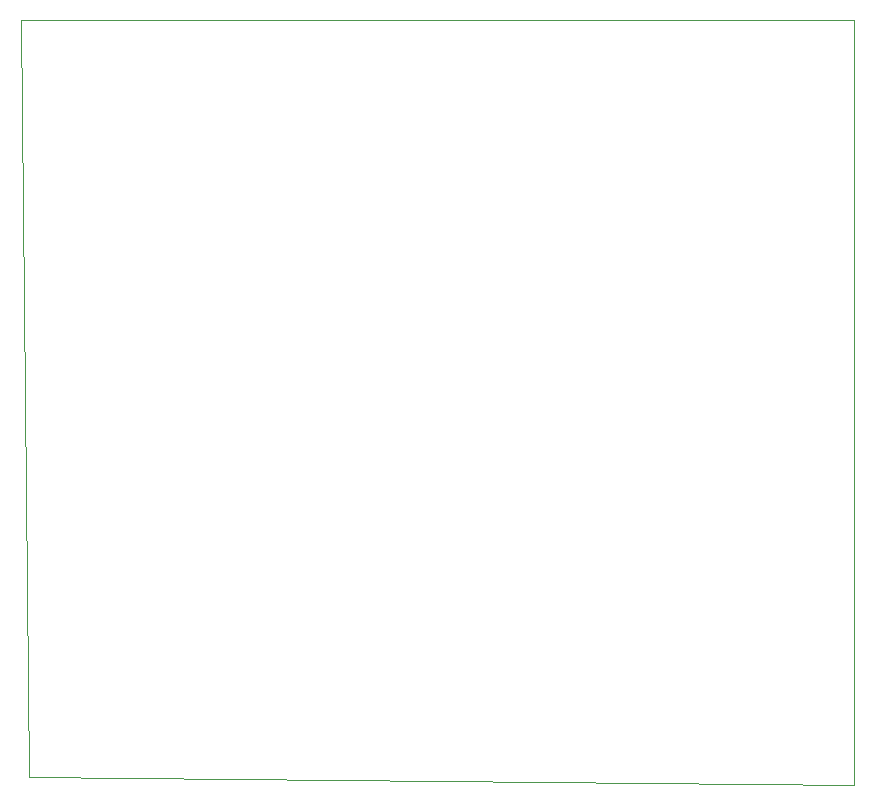
<source format=gm1>
G04 #@! TF.GenerationSoftware,KiCad,Pcbnew,(5.1.2)-2*
G04 #@! TF.CreationDate,2019-08-22T14:59:00+07:00*
G04 #@! TF.ProjectId,led_testing,6c65645f-7465-4737-9469-6e672e6b6963,rev?*
G04 #@! TF.SameCoordinates,Original*
G04 #@! TF.FileFunction,Profile,NP*
%FSLAX46Y46*%
G04 Gerber Fmt 4.6, Leading zero omitted, Abs format (unit mm)*
G04 Created by KiCad (PCBNEW (5.1.2)-2) date 2019-08-22 14:59:00*
%MOMM*%
%LPD*%
G04 APERTURE LIST*
%ADD10C,0.050000*%
G04 APERTURE END LIST*
D10*
X33020000Y-122555000D02*
X31750000Y-122555000D01*
X32385000Y-186690000D02*
X31750000Y-122555000D01*
X102235000Y-187325000D02*
X32385000Y-186690000D01*
X102235000Y-122555000D02*
X102235000Y-187325000D01*
X33020000Y-122555000D02*
X102235000Y-122555000D01*
M02*

</source>
